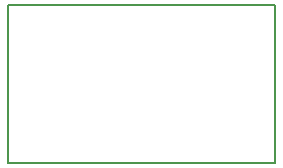
<source format=gbr>
%TF.GenerationSoftware,KiCad,Pcbnew,9.0.7*%
%TF.CreationDate,2026-02-18T17:04:35-08:00*%
%TF.ProjectId,inverter,696e7665-7274-4657-922e-6b696361645f,rev?*%
%TF.SameCoordinates,Original*%
%TF.FileFunction,Profile,NP*%
%FSLAX46Y46*%
G04 Gerber Fmt 4.6, Leading zero omitted, Abs format (unit mm)*
G04 Created by KiCad (PCBNEW 9.0.7) date 2026-02-18 17:04:35*
%MOMM*%
%LPD*%
G01*
G04 APERTURE LIST*
%TA.AperFunction,Profile*%
%ADD10C,0.200000*%
%TD*%
G04 APERTURE END LIST*
D10*
X139000000Y-88400000D02*
X161600000Y-88400000D01*
X161600000Y-101800000D01*
X139000000Y-101800000D01*
X139000000Y-88400000D01*
M02*

</source>
